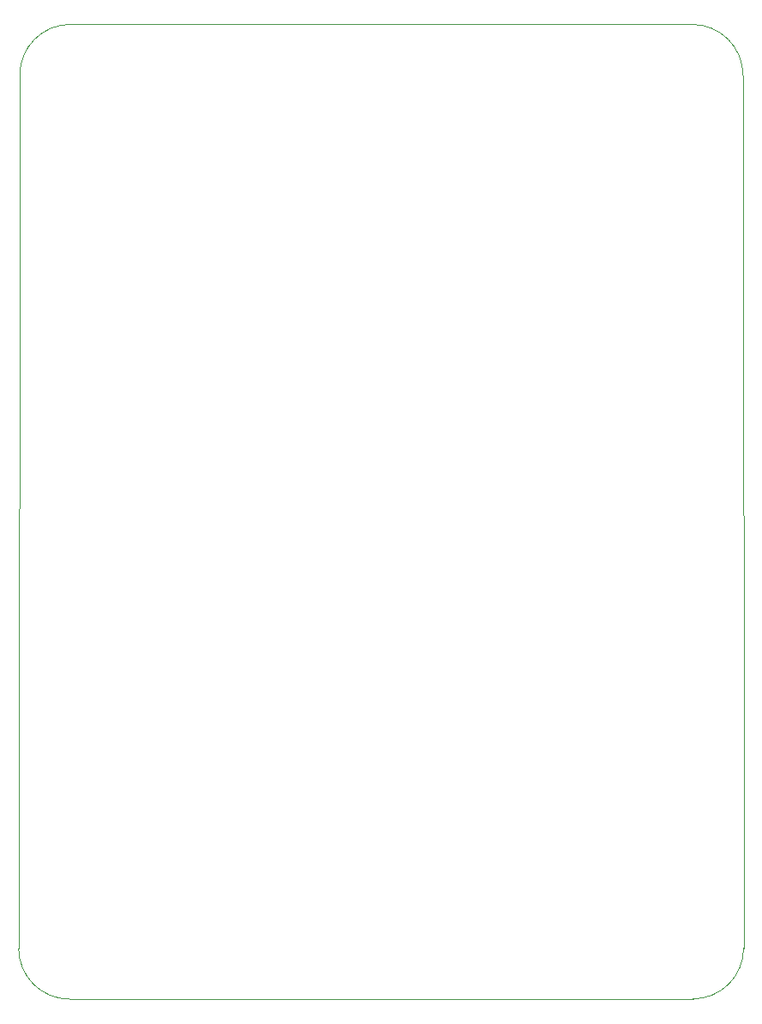
<source format=gbr>
%TF.GenerationSoftware,KiCad,Pcbnew,(7.0.0)*%
%TF.CreationDate,2023-04-19T19:54:13+02:00*%
%TF.ProjectId,steper_motor_controller,73746570-6572-45f6-9d6f-746f725f636f,REV1*%
%TF.SameCoordinates,Original*%
%TF.FileFunction,Profile,NP*%
%FSLAX46Y46*%
G04 Gerber Fmt 4.6, Leading zero omitted, Abs format (unit mm)*
G04 Created by KiCad (PCBNEW (7.0.0)) date 2023-04-19 19:54:13*
%MOMM*%
%LPD*%
G01*
G04 APERTURE LIST*
%TA.AperFunction,Profile*%
%ADD10C,0.100000*%
%TD*%
G04 APERTURE END LIST*
D10*
X120325534Y-45645534D02*
X181684466Y-45655534D01*
X115215534Y-136794466D02*
G75*
G03*
X120215534Y-141794466I4999966J-34D01*
G01*
X120325534Y-45645534D02*
G75*
G03*
X115325534Y-50645534I-4J-4999996D01*
G01*
X115215534Y-136794466D02*
X115325534Y-50645534D01*
X186684466Y-50655534D02*
G75*
G03*
X181684466Y-45655534I-4999966J34D01*
G01*
X181744466Y-141774466D02*
X120215534Y-141794466D01*
X186684466Y-50655534D02*
X186744466Y-136774466D01*
X181744466Y-141774466D02*
G75*
G03*
X186744466Y-136774466I34J4999966D01*
G01*
M02*

</source>
